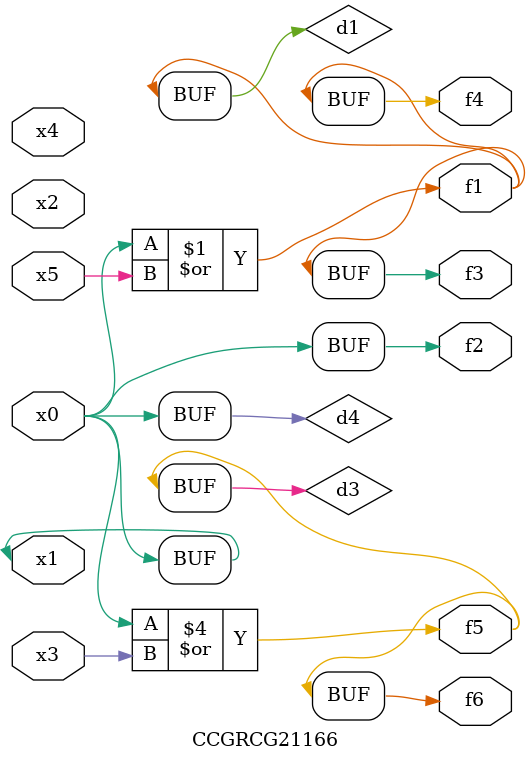
<source format=v>
module CCGRCG21166(
	input x0, x1, x2, x3, x4, x5,
	output f1, f2, f3, f4, f5, f6
);

	wire d1, d2, d3, d4;

	or (d1, x0, x5);
	xnor (d2, x1, x4);
	or (d3, x0, x3);
	buf (d4, x0, x1);
	assign f1 = d1;
	assign f2 = d4;
	assign f3 = d1;
	assign f4 = d1;
	assign f5 = d3;
	assign f6 = d3;
endmodule

</source>
